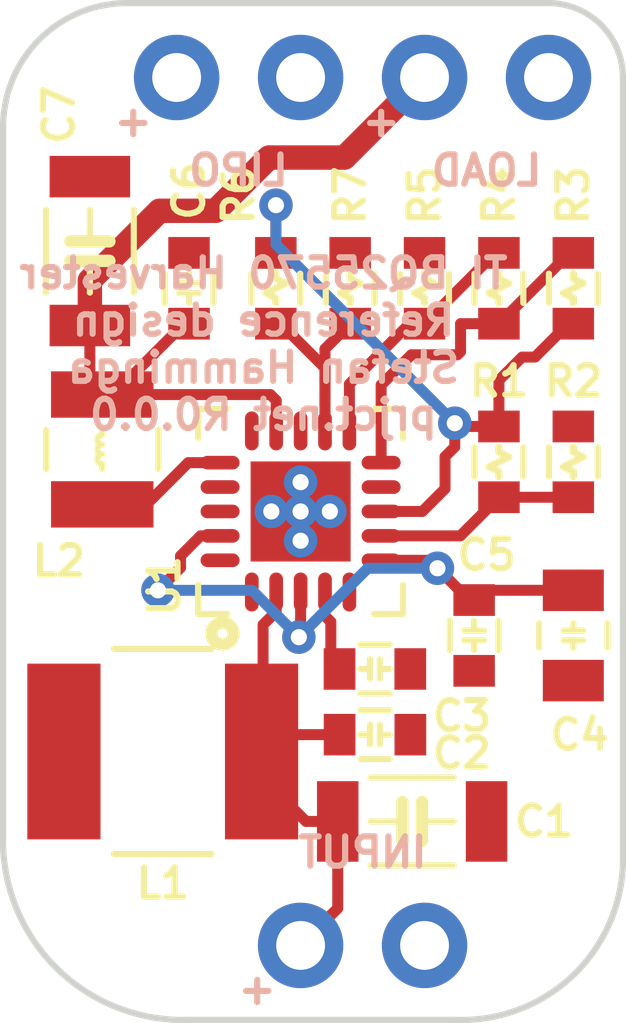
<source format=kicad_pcb>

(kicad_pcb
  (version 4)
  (host pcbnew 0.201602151416+6558~42~ubuntu14.04.1-product)
  (general
    (links 54)
    (no_connects 0)
    (area 120.65 74.93 138.430001 101.600001)
    (thickness 1.6)
    (drawings 12)
    (tracks 186)
    (zones 0)
    (modules 20)
    (nets 14))
  (page A4)
  (layers
    (0 F.Cu signal)
    (31 B.Cu signal)
    (32 B.Adhes user)
    (33 F.Adhes user)
    (34 B.Paste user)
    (35 F.Paste user)
    (36 B.SilkS user)
    (37 F.SilkS user)
    (38 B.Mask user)
    (39 F.Mask user)
    (40 Dwgs.User user)
    (41 Cmts.User user)
    (42 Eco1.User user)
    (43 Eco2.User user)
    (44 Edge.Cuts user)
    (45 Margin user)
    (46 B.CrtYd user)
    (47 F.CrtYd user)
    (48 B.Fab user)
    (49 F.Fab user))
  (setup
    (last_trace_width 0.225)
    (user_trace_width 0.1524)
    (user_trace_width 0.2)
    (user_trace_width 0.25)
    (user_trace_width 0.3)
    (user_trace_width 0.4)
    (user_trace_width 0.5)
    (user_trace_width 0.6)
    (user_trace_width 0.8)
    (user_trace_width 1)
    (user_trace_width 1.2)
    (user_trace_width 1.5)
    (user_trace_width 2)
    (trace_clearance 0.2)
    (zone_clearance 0.2)
    (zone_45_only no)
    (trace_min 0.1524)
    (segment_width 0.127)
    (edge_width 0.127)
    (via_size 0.6858)
    (via_drill 0.3302)
    (via_min_size 0.6858)
    (via_min_drill 0.3302)
    (uvia_size 0.508)
    (uvia_drill 0.127)
    (uvias_allowed no)
    (uvia_min_size 0.508)
    (uvia_min_drill 0.127)
    (pcb_text_width 0.127)
    (pcb_text_size 0.6 0.6)
    (mod_edge_width 0.127)
    (mod_text_size 0.6 0.6)
    (mod_text_width 0.127)
    (pad_size 1.75 1.75)
    (pad_drill 1)
    (pad_to_mask_clearance 0.05)
    (pad_to_paste_clearance -0.04)
    (aux_axis_origin 0 0)
    (visible_elements 7FFFFFFF)
    (pcbplotparams
      (layerselection 0x3ffff_ffffffff)
      (usegerberextensions true)
      (usegerberattributes true)
      (excludeedgelayer true)
      (linewidth 0.127)
      (plotframeref false)
      (viasonmask false)
      (mode 1)
      (useauxorigin false)
      (hpglpennumber 1)
      (hpglpenspeed 20)
      (hpglpendiameter 15)
      (psnegative false)
      (psa4output false)
      (plotreference true)
      (plotvalue true)
      (plotinvisibletext false)
      (padsonsilk false)
      (subtractmaskfromsilk false)
      (outputformat 1)
      (mirror false)
      (drillshape 0)
      (scaleselection 1)
      (outputdirectory ../gerbers/)))
  (net 0 "")
  (net 1 GND)
  (net 2 "Net-(C3-Pad1)")
  (net 3 "Net-(C4-Pad1)")
  (net 4 "Net-(L1-Pad2)")
  (net 5 "Net-(L2-Pad1)")
  (net 6 +BATT)
  (net 7 "Net-(R1-Pad1)")
  (net 8 "Net-(R1-Pad2)")
  (net 9 "Net-(R3-Pad2)")
  (net 10 "Net-(R4-Pad2)")
  (net 11 "Net-(R6-Pad2)")
  (net 12 /VIN)
  (net 13 /VOUT)
  (net_class Default "Dit is de standaard class."
    (clearance 0.2)
    (trace_width 0.225)
    (via_dia 0.6858)
    (via_drill 0.3302)
    (uvia_dia 0.508)
    (uvia_drill 0.127)
    (add_net +BATT)
    (add_net /VIN)
    (add_net /VOUT)
    (add_net GND)
    (add_net "Net-(C3-Pad1)")
    (add_net "Net-(C4-Pad1)")
    (add_net "Net-(L1-Pad2)")
    (add_net "Net-(L2-Pad1)")
    (add_net "Net-(R1-Pad1)")
    (add_net "Net-(R1-Pad2)")
    (add_net "Net-(R3-Pad2)")
    (add_net "Net-(R4-Pad2)")
    (add_net "Net-(R6-Pad2)"))
  (net_class 0.2mm ""
    (clearance 0.2)
    (trace_width 0.2)
    (via_dia 0.6858)
    (via_drill 0.3302)
    (uvia_dia 0.508)
    (uvia_drill 0.127))
  (net_class Minimal ""
    (clearance 0.1524)
    (trace_width 0.1524)
    (via_dia 0.6858)
    (via_drill 0.3302)
    (uvia_dia 0.508)
    (uvia_drill 0.127))
  (module SH_Capacitors:3216_B
    (layer F.Cu)
    (tedit 5452174F)
    (tstamp 54989F41)
    (at 131.826 95.25)
    (tags "1206 3216")
    (path /54989AB3)
    (solder_mask_margin 0.05)
    (solder_paste_margin -0.05)
    (attr smd)
    (fp_text reference C1
      (at 2.7 0 180)
      (layer F.SilkS)
      (effects
        (font
          (size 0.6 0.6)
          (thickness 0.127))))
    (fp_text value 22uF
      (at 1.55 -1.1)
      (layer Cmts.User)
      (effects
        (font
          (size 0.2 0.2)
          (thickness 0.05))))
    (fp_line
      (start -0.85 0.9)
      (end 0.85 0.9)
      (layer F.SilkS)
      (width 0.127))
    (fp_line
      (start -0.85 -0.9)
      (end 0.85 -0.9)
      (layer F.SilkS)
      (width 0.127))
    (fp_line
      (start 0.2 0)
      (end 0.85 0)
      (layer F.SilkS)
      (width 0.127))
    (fp_line
      (start -0.2 0)
      (end -0.85 0)
      (layer F.SilkS)
      (width 0.127))
    (fp_line
      (start -2.2 -1.075)
      (end 2.2 -1.075)
      (layer F.CrtYd)
      (width 0.05))
    (fp_line
      (start 2.2 -1.075)
      (end 2.2 1.075)
      (layer F.CrtYd)
      (width 0.05))
    (fp_line
      (start 2.2 1.075)
      (end -2.2 1.075)
      (layer F.CrtYd)
      (width 0.05))
    (fp_line
      (start -2.2 -1.075)
      (end -2.2 1.075)
      (layer F.CrtYd)
      (width 0.05))
    (fp_line
      (start -0.2 -0.4)
      (end -0.2 0.4)
      (layer F.SilkS)
      (width 0.254))
    (fp_line
      (start 0.2 -0.4)
      (end 0.2 0.4)
      (layer F.SilkS)
      (width 0.254))
    (pad 1 smd rect
      (at -1.525 0)
      (size 0.85 1.65)
      (layers F.Cu F.Paste F.Mask)
      (net 12 /VIN))
    (pad 2 smd rect
      (at 1.525 0)
      (size 0.85 1.65)
      (layers F.Cu F.Paste F.Mask))
    (model smd/Capacitors/c_1206.wrl
      (at
        (xyz 0 0 0))
      (scale
        (xyz 1 1 1))
      (rotate
        (xyz 0 0 0))))
  (module SH_Capacitors:1608_B
    (layer F.Cu)
    (tedit 5498AFD3)
    (tstamp 54989F47)
    (at 131.064 93.472)
    (tags "0603 1608")
    (path /5498A4CA)
    (solder_mask_margin 0.05)
    (solder_paste_margin -0.1)
    (attr smd)
    (fp_text reference C2
      (at 1.778 0.381 180)
      (layer F.SilkS)
      (effects
        (font
          (size 0.6 0.6)
          (thickness 0.127))))
    (fp_text value 0.1uF
      (at 0.9 -0.6)
      (layer Cmts.User)
      (effects
        (font
          (size 0.2 0.2)
          (thickness 0.05))))
    (fp_line
      (start 1.3 -0.65)
      (end 1.3 0.65)
      (layer F.CrtYd)
      (width 0.05))
    (fp_line
      (start 1.3 0.65)
      (end -1.3 0.65)
      (layer F.CrtYd)
      (width 0.05))
    (fp_line
      (start -1.3 0.65)
      (end -1.3 -0.65)
      (layer F.CrtYd)
      (width 0.05))
    (fp_line
      (start -1.3 -0.65)
      (end 1.3 -0.65)
      (layer F.CrtYd)
      (width 0.05))
    (fp_line
      (start -0.1 0)
      (end -0.3 0)
      (layer F.SilkS)
      (width 0.127))
    (fp_line
      (start 0.1 0)
      (end 0.3 0)
      (layer F.SilkS)
      (width 0.127))
    (fp_line
      (start -0.3 0.5)
      (end 0.3 0.5)
      (layer F.SilkS)
      (width 0.127))
    (fp_line
      (start -0.3 -0.5)
      (end 0.3 -0.5)
      (layer F.SilkS)
      (width 0.127))
    (fp_line
      (start 0.1 -0.2)
      (end 0.1 0.2)
      (layer F.SilkS)
      (width 0.127))
    (fp_line
      (start -0.1 -0.2)
      (end -0.1 0.2)
      (layer F.SilkS)
      (width 0.127))
    (pad 1 smd rect
      (at -0.725 0)
      (size 0.65 0.85)
      (layers F.Cu F.Paste F.Mask)
      (net 12 /VIN))
    (pad 2 smd rect
      (at 0.725 0)
      (size 0.65 0.85)
      (layers F.Cu F.Paste F.Mask))
    (model smd/Capacitors/C0603.wrl
      (at
        (xyz 0 0 0))
      (scale
        (xyz 0.393701 0.393701 0.393701))
      (rotate
        (xyz 0 0 0))))
  (module SH_Capacitors:1608_B
    (layer F.Cu)
    (tedit 5498AFDA)
    (tstamp 54989F4D)
    (at 131.062498 92.126811)
    (tags "0603 1608")
    (path /54989BF7)
    (solder_mask_margin 0.05)
    (solder_paste_margin -0.1)
    (attr smd)
    (fp_text reference C3
      (at 1.779502 0.964189 180)
      (layer F.SilkS)
      (effects
        (font
          (size 0.6 0.6)
          (thickness 0.127))))
    (fp_text value 10nF
      (at 0.9 -0.6)
      (layer Cmts.User)
      (effects
        (font
          (size 0.2 0.2)
          (thickness 0.05))))
    (fp_line
      (start 1.3 -0.65)
      (end 1.3 0.65)
      (layer F.CrtYd)
      (width 0.05))
    (fp_line
      (start 1.3 0.65)
      (end -1.3 0.65)
      (layer F.CrtYd)
      (width 0.05))
    (fp_line
      (start -1.3 0.65)
      (end -1.3 -0.65)
      (layer F.CrtYd)
      (width 0.05))
    (fp_line
      (start -1.3 -0.65)
      (end 1.3 -0.65)
      (layer F.CrtYd)
      (width 0.05))
    (fp_line
      (start -0.1 0)
      (end -0.3 0)
      (layer F.SilkS)
      (width 0.127))
    (fp_line
      (start 0.1 0)
      (end 0.3 0)
      (layer F.SilkS)
      (width 0.127))
    (fp_line
      (start -0.3 0.5)
      (end 0.3 0.5)
      (layer F.SilkS)
      (width 0.127))
    (fp_line
      (start -0.3 -0.5)
      (end 0.3 -0.5)
      (layer F.SilkS)
      (width 0.127))
    (fp_line
      (start 0.1 -0.2)
      (end 0.1 0.2)
      (layer F.SilkS)
      (width 0.127))
    (fp_line
      (start -0.1 -0.2)
      (end -0.1 0.2)
      (layer F.SilkS)
      (width 0.127))
    (pad 1 smd rect
      (at -0.725 0)
      (size 0.65 0.85)
      (layers F.Cu F.Paste F.Mask)
      (net 2 "Net-(C3-Pad1)"))
    (pad 2 smd rect
      (at 0.725 0)
      (size 0.65 0.85)
      (layers F.Cu F.Paste F.Mask))
    (model smd/Capacitors/C0603.wrl
      (at
        (xyz 0 0 0))
      (scale
        (xyz 0.393701 0.393701 0.393701))
      (rotate
        (xyz 0 0 0))))
  (module SH_Capacitors:2012_B
    (layer F.Cu)
    (tedit 5498AFBC)
    (tstamp 54989F53)
    (at 135.128 91.44 270)
    (tags "0805 2012")
    (path /5498D6DB)
    (solder_mask_margin 0.05)
    (solder_paste_margin -0.05)
    (attr smd)
    (fp_text reference C4
      (at 2.032 -0.127 360)
      (layer F.SilkS)
      (effects
        (font
          (size 0.6 0.6)
          (thickness 0.127))))
    (fp_text value 4.7uF
      (at 1.05 -0.85 270)
      (layer Cmts.User)
      (effects
        (font
          (size 0.2 0.2)
          (thickness 0.05))))
    (fp_line
      (start -0.1 0)
      (end -0.25 0)
      (layer F.SilkS)
      (width 0.127))
    (fp_line
      (start 0.1 0)
      (end 0.25 0)
      (layer F.SilkS)
      (width 0.127))
    (fp_line
      (start -0.25 0.7)
      (end 0.25 0.7)
      (layer F.SilkS)
      (width 0.127))
    (fp_line
      (start -0.25 -0.7)
      (end 0.25 -0.7)
      (layer F.SilkS)
      (width 0.127))
    (fp_line
      (start -1.6 -0.875)
      (end 1.6 -0.875)
      (layer F.CrtYd)
      (width 0.05))
    (fp_line
      (start 1.6 -0.875)
      (end 1.6 0.875)
      (layer F.CrtYd)
      (width 0.05))
    (fp_line
      (start 1.6 0.875)
      (end -1.6 0.875)
      (layer F.CrtYd)
      (width 0.05))
    (fp_line
      (start -1.6 0.875)
      (end -1.6 -0.875)
      (layer F.CrtYd)
      (width 0.05))
    (fp_line
      (start 0.1 -0.2)
      (end 0.1 0.2)
      (layer F.SilkS)
      (width 0.127))
    (fp_line
      (start -0.1 -0.2)
      (end -0.1 0.2)
      (layer F.SilkS)
      (width 0.127))
    (pad 1 smd rect
      (at -0.925 0 270)
      (size 0.85 1.25)
      (layers F.Cu F.Paste F.Mask)
      (net 3 "Net-(C4-Pad1)"))
    (pad 2 smd rect
      (at 0.925 0 270)
      (size 0.85 1.25)
      (layers F.Cu F.Paste F.Mask))
    (model smd/Capacitors/C0805.wrl
      (at
        (xyz 0 0 0))
      (scale
        (xyz 0.393701 0.393701 0.393701))
      (rotate
        (xyz 0 0 0))))
  (module SH_Capacitors:1608_B
    (layer F.Cu)
    (tedit 5498AFC8)
    (tstamp 54989F59)
    (at 133.096 91.44 270)
    (tags "0603 1608")
    (path /5498D665)
    (solder_mask_margin 0.05)
    (solder_paste_margin -0.1)
    (attr smd)
    (fp_text reference C5
      (at -1.651 -0.254 540)
      (layer F.SilkS)
      (effects
        (font
          (size 0.6 0.6)
          (thickness 0.127))))
    (fp_text value 0.1uF
      (at 0.9 -0.6 270)
      (layer Cmts.User)
      (effects
        (font
          (size 0.2 0.2)
          (thickness 0.05))))
    (fp_line
      (start 1.3 -0.65)
      (end 1.3 0.65)
      (layer F.CrtYd)
      (width 0.05))
    (fp_line
      (start 1.3 0.65)
      (end -1.3 0.65)
      (layer F.CrtYd)
      (width 0.05))
    (fp_line
      (start -1.3 0.65)
      (end -1.3 -0.65)
      (layer F.CrtYd)
      (width 0.05))
    (fp_line
      (start -1.3 -0.65)
      (end 1.3 -0.65)
      (layer F.CrtYd)
      (width 0.05))
    (fp_line
      (start -0.1 0)
      (end -0.3 0)
      (layer F.SilkS)
      (width 0.127))
    (fp_line
      (start 0.1 0)
      (end 0.3 0)
      (layer F.SilkS)
      (width 0.127))
    (fp_line
      (start -0.3 0.5)
      (end 0.3 0.5)
      (layer F.SilkS)
      (width 0.127))
    (fp_line
      (start -0.3 -0.5)
      (end 0.3 -0.5)
      (layer F.SilkS)
      (width 0.127))
    (fp_line
      (start 0.1 -0.2)
      (end 0.1 0.2)
      (layer F.SilkS)
      (width 0.127))
    (fp_line
      (start -0.1 -0.2)
      (end -0.1 0.2)
      (layer F.SilkS)
      (width 0.127))
    (pad 1 smd rect
      (at -0.725 0 270)
      (size 0.65 0.85)
      (layers F.Cu F.Paste F.Mask)
      (net 3 "Net-(C4-Pad1)"))
    (pad 2 smd rect
      (at 0.725 0 270)
      (size 0.65 0.85)
      (layers F.Cu F.Paste F.Mask))
    (model smd/Capacitors/C0603.wrl
      (at
        (xyz 0 0 0))
      (scale
        (xyz 0.393701 0.393701 0.393701))
      (rotate
        (xyz 0 0 0))))
  (module SH_Capacitors:1608_B
    (layer F.Cu)
    (tedit 544F5BD4)
    (tstamp 54989F5F)
    (at 127.254 84.328 90)
    (tags "0603 1608")
    (path /549899D4)
    (solder_mask_margin 0.05)
    (solder_paste_margin -0.1)
    (attr smd)
    (fp_text reference C6
      (at 2 0 270)
      (layer F.SilkS)
      (effects
        (font
          (size 0.6 0.6)
          (thickness 0.127))))
    (fp_text value 0.1uF
      (at 0.9 -0.6 90)
      (layer Cmts.User)
      (effects
        (font
          (size 0.2 0.2)
          (thickness 0.05))))
    (fp_line
      (start 1.3 -0.65)
      (end 1.3 0.65)
      (layer F.CrtYd)
      (width 0.05))
    (fp_line
      (start 1.3 0.65)
      (end -1.3 0.65)
      (layer F.CrtYd)
      (width 0.05))
    (fp_line
      (start -1.3 0.65)
      (end -1.3 -0.65)
      (layer F.CrtYd)
      (width 0.05))
    (fp_line
      (start -1.3 -0.65)
      (end 1.3 -0.65)
      (layer F.CrtYd)
      (width 0.05))
    (fp_line
      (start -0.1 0)
      (end -0.3 0)
      (layer F.SilkS)
      (width 0.127))
    (fp_line
      (start 0.1 0)
      (end 0.3 0)
      (layer F.SilkS)
      (width 0.127))
    (fp_line
      (start -0.3 0.5)
      (end 0.3 0.5)
      (layer F.SilkS)
      (width 0.127))
    (fp_line
      (start -0.3 -0.5)
      (end 0.3 -0.5)
      (layer F.SilkS)
      (width 0.127))
    (fp_line
      (start 0.1 -0.2)
      (end 0.1 0.2)
      (layer F.SilkS)
      (width 0.127))
    (fp_line
      (start -0.1 -0.2)
      (end -0.1 0.2)
      (layer F.SilkS)
      (width 0.127))
    (pad 1 smd rect
      (at -0.725 0 90)
      (size 0.65 0.85)
      (layers F.Cu F.Paste F.Mask)
      (net 13 /VOUT))
    (pad 2 smd rect
      (at 0.725 0 90)
      (size 0.65 0.85)
      (layers F.Cu F.Paste F.Mask))
    (model smd/Capacitors/C0603.wrl
      (at
        (xyz 0 0 0))
      (scale
        (xyz 0.393701 0.393701 0.393701))
      (rotate
        (xyz 0 0 0))))
  (module SH_Capacitors:3216_B
    (layer F.Cu)
    (tedit 5498AFEE)
    (tstamp 54989F65)
    (at 125.222 83.566 90)
    (tags "1206 3216")
    (path /54988F7C)
    (solder_mask_margin 0.05)
    (solder_paste_margin -0.05)
    (attr smd)
    (fp_text reference C7
      (at 2.794 -0.635 270)
      (layer F.SilkS)
      (effects
        (font
          (size 0.6 0.6)
          (thickness 0.127))))
    (fp_text value 22uF
      (at 1.55 -1.1 90)
      (layer Cmts.User)
      (effects
        (font
          (size 0.2 0.2)
          (thickness 0.05))))
    (fp_line
      (start -0.85 0.9)
      (end 0.85 0.9)
      (layer F.SilkS)
      (width 0.127))
    (fp_line
      (start -0.85 -0.9)
      (end 0.85 -0.9)
      (layer F.SilkS)
      (width 0.127))
    (fp_line
      (start 0.2 0)
      (end 0.85 0)
      (layer F.SilkS)
      (width 0.127))
    (fp_line
      (start -0.2 0)
      (end -0.85 0)
      (layer F.SilkS)
      (width 0.127))
    (fp_line
      (start -2.2 -1.075)
      (end 2.2 -1.075)
      (layer F.CrtYd)
      (width 0.05))
    (fp_line
      (start 2.2 -1.075)
      (end 2.2 1.075)
      (layer F.CrtYd)
      (width 0.05))
    (fp_line
      (start 2.2 1.075)
      (end -2.2 1.075)
      (layer F.CrtYd)
      (width 0.05))
    (fp_line
      (start -2.2 -1.075)
      (end -2.2 1.075)
      (layer F.CrtYd)
      (width 0.05))
    (fp_line
      (start -0.2 -0.4)
      (end -0.2 0.4)
      (layer F.SilkS)
      (width 0.254))
    (fp_line
      (start 0.2 -0.4)
      (end 0.2 0.4)
      (layer F.SilkS)
      (width 0.254))
    (pad 1 smd rect
      (at -1.525 0 90)
      (size 0.85 1.65)
      (layers F.Cu F.Paste F.Mask)
      (net 13 /VOUT))
    (pad 2 smd rect
      (at 1.525 0 90)
      (size 0.85 1.65)
      (layers F.Cu F.Paste F.Mask))
    (model smd/Capacitors/c_1206.wrl
      (at
        (xyz 0 0 0))
      (scale
        (xyz 1 1 1))
      (rotate
        (xyz 0 0 0))))
  (module SH_Jumper_Pins:JP-2
    (layer F.Cu)
    (tedit 5498B125)
    (tstamp 54989F8D)
    (at 130.81 97.79)
    (tags "JUMPER CONNECTOR")
    (path /54988D51)
    (fp_text reference P1
      (at -1 0 90)
      (layer F.SilkS) hide
      (effects
        (font
          (size 0.3 0.3)
          (thickness 0.05))))
    (fp_text value INPUT
      (at 0 -1.905)
      (layer B.SilkS)
      (effects
        (font
          (size 0.6 0.6)
          (thickness 0.127))
        (justify mirror)))
    (fp_line
      (start -1.27 1.375)
      (end 1.27 1.375)
      (layer B.CrtYd)
      (width 0.05))
    (fp_line
      (start -1.27 -1.375)
      (end 1.27 -1.375)
      (layer B.CrtYd)
      (width 0.05))
    (fp_line
      (start -1.27 1.375)
      (end 1.27 1.375)
      (layer F.CrtYd)
      (width 0.05))
    (fp_line
      (start -1.27 -1.375)
      (end 1.27 -1.375)
      (layer F.CrtYd)
      (width 0.05))
    (fp_arc
      (start 1.27 0)
      (end 1.27 -1.375)
      (angle 180)
      (layer B.CrtYd)
      (width 0.05))
    (fp_arc
      (start -1.27 0)
      (end -1.27 1.375)
      (angle 180)
      (layer B.CrtYd)
      (width 0.05))
    (fp_arc
      (start 1.27 0)
      (end 1.27 -1.375)
      (angle 180)
      (layer F.CrtYd)
      (width 0.05))
    (fp_arc
      (start -1.27 0)
      (end -1.27 1.375)
      (angle 180)
      (layer F.CrtYd)
      (width 0.05))
    (pad 1 thru_hole circle
      (at -1.27 0)
      (size 1.75 1.75)
      (drill 1)
      (layers *.Cu *.Mask)
      (net 12 /VIN))
    (pad 2 thru_hole circle
      (at 1.27 0)
      (size 1.75 1.75)
      (drill 1)
      (layers *.Cu *.Mask))
    (model "D:/SolidWorks/EngIT Design Library/Electronics/Connectors/jumper_2p_1r.wrl"
      (at
        (xyz -0.05000000074505806 0 0))
      (scale
        (xyz 10 10 10))
      (rotate
        (xyz 270 0 0))))
  (module SH_Jumper_Pins:JP-2
    (layer F.Cu)
    (tedit 5498B12E)
    (tstamp 54989F93)
    (at 128.27 80.01)
    (tags "JUMPER CONNECTOR")
    (path /54988D0A)
    (fp_text reference P2
      (at -1 0 90)
      (layer F.SilkS) hide
      (effects
        (font
          (size 0.3 0.3)
          (thickness 0.05))))
    (fp_text value LIPO
      (at 0 1.905)
      (layer B.SilkS)
      (effects
        (font
          (size 0.6 0.6)
          (thickness 0.127))
        (justify mirror)))
    (fp_line
      (start -1.27 1.375)
      (end 1.27 1.375)
      (layer B.CrtYd)
      (width 0.05))
    (fp_line
      (start -1.27 -1.375)
      (end 1.27 -1.375)
      (layer B.CrtYd)
      (width 0.05))
    (fp_line
      (start -1.27 1.375)
      (end 1.27 1.375)
      (layer F.CrtYd)
      (width 0.05))
    (fp_line
      (start -1.27 -1.375)
      (end 1.27 -1.375)
      (layer F.CrtYd)
      (width 0.05))
    (fp_arc
      (start 1.27 0)
      (end 1.27 -1.375)
      (angle 180)
      (layer B.CrtYd)
      (width 0.05))
    (fp_arc
      (start -1.27 0)
      (end -1.27 1.375)
      (angle 180)
      (layer B.CrtYd)
      (width 0.05))
    (fp_arc
      (start 1.27 0)
      (end 1.27 -1.375)
      (angle 180)
      (layer F.CrtYd)
      (width 0.05))
    (fp_arc
      (start -1.27 0)
      (end -1.27 1.375)
      (angle 180)
      (layer F.CrtYd)
      (width 0.05))
    (pad 1 thru_hole circle
      (at -1.27 0)
      (size 1.75 1.75)
      (drill 1)
      (layers *.Cu *.Mask))
    (pad 2 thru_hole circle
      (at 1.27 0)
      (size 1.75 1.75)
      (drill 1)
      (layers *.Cu *.Mask))
    (model "D:/SolidWorks/EngIT Design Library/Electronics/Connectors/jumper_2p_1r.wrl"
      (at
        (xyz -0.05000000074505806 0 0))
      (scale
        (xyz 10 10 10))
      (rotate
        (xyz 270 0 0))))
  (module SH_Jumper_Pins:JP-2
    (layer F.Cu)
    (tedit 5498B136)
    (tstamp 54989F99)
    (at 133.35 80.01)
    (tags "JUMPER CONNECTOR")
    (path /54988C94)
    (fp_text reference P3
      (at -1 0 90)
      (layer F.SilkS) hide
      (effects
        (font
          (size 0.3 0.3)
          (thickness 0.05))))
    (fp_text value LOAD
      (at 0 1.905)
      (layer B.SilkS)
      (effects
        (font
          (size 0.6 0.6)
          (thickness 0.127))
        (justify mirror)))
    (fp_line
      (start -1.27 1.375)
      (end 1.27 1.375)
      (layer B.CrtYd)
      (width 0.05))
    (fp_line
      (start -1.27 -1.375)
      (end 1.27 -1.375)
      (layer B.CrtYd)
      (width 0.05))
    (fp_line
      (start -1.27 1.375)
      (end 1.27 1.375)
      (layer F.CrtYd)
      (width 0.05))
    (fp_line
      (start -1.27 -1.375)
      (end 1.27 -1.375)
      (layer F.CrtYd)
      (width 0.05))
    (fp_arc
      (start 1.27 0)
      (end 1.27 -1.375)
      (angle 180)
      (layer B.CrtYd)
      (width 0.05))
    (fp_arc
      (start -1.27 0)
      (end -1.27 1.375)
      (angle 180)
      (layer B.CrtYd)
      (width 0.05))
    (fp_arc
      (start 1.27 0)
      (end 1.27 -1.375)
      (angle 180)
      (layer F.CrtYd)
      (width 0.05))
    (fp_arc
      (start -1.27 0)
      (end -1.27 1.375)
      (angle 180)
      (layer F.CrtYd)
      (width 0.05))
    (pad 1 thru_hole circle
      (at -1.27 0)
      (size 1.75 1.75)
      (drill 1)
      (layers *.Cu *.Mask)
      (net 13 /VOUT))
    (pad 2 thru_hole circle
      (at 1.27 0)
      (size 1.75 1.75)
      (drill 1)
      (layers *.Cu *.Mask))
    (model "D:/SolidWorks/EngIT Design Library/Electronics/Connectors/jumper_2p_1r.wrl"
      (at
        (xyz -0.05000000074505806 0 0))
      (scale
        (xyz 10 10 10))
      (rotate
        (xyz 270 0 0))))
  (module SH_QFN_QFP:QFN-20-TE
    (layer F.Cu)
    (tedit 5498AFE2)
    (tstamp 54989FF2)
    (at 129.54 88.9)
    (path /54988C22)
    (solder_mask_margin 0.05)
    (solder_paste_margin -0.04)
    (fp_text reference U1
      (at -2.794 1.524 90)
      (layer F.SilkS)
      (effects
        (font
          (size 0.6 0.6)
          (thickness 0.127))))
    (fp_text value TI_BQ25570
      (at 2.7 0 90)
      (layer Cmts.User)
      (effects
        (font
          (size 0.6 0.6)
          (thickness 0.127))))
    (fp_circle
      (center -1.6 2.5)
      (end -1.7 2.5)
      (layer F.SilkS)
      (width 0.25))
    (fp_line
      (start -1.5 2.1)
      (end -2.1 2.1)
      (layer F.SilkS)
      (width 0.127))
    (fp_line
      (start -2.1 2.1)
      (end -2.1 1.5)
      (layer F.SilkS)
      (width 0.127))
    (fp_line
      (start 2.1 1.5)
      (end 2.1 2.1)
      (layer F.SilkS)
      (width 0.127))
    (fp_line
      (start 2.1 2.1)
      (end 1.5 2.1)
      (layer F.SilkS)
      (width 0.127))
    (fp_line
      (start 1.5 -2.1)
      (end 2.1 -2.1)
      (layer F.SilkS)
      (width 0.127))
    (fp_line
      (start 2.1 -2.1)
      (end 2.1 -1.5)
      (layer F.SilkS)
      (width 0.127))
    (fp_line
      (start -2.1 -2.1)
      (end -1.5 -2.1)
      (layer F.SilkS)
      (width 0.127))
    (fp_line
      (start -2.1 -2.1)
      (end -2.1 -1.5)
      (layer F.SilkS)
      (width 0.127))
    (fp_line
      (start -2.25 -2.25)
      (end 2.25 -2.25)
      (layer F.CrtYd)
      (width 0.05))
    (fp_line
      (start 2.25 -2.25)
      (end 2.25 2.25)
      (layer F.CrtYd)
      (width 0.05))
    (fp_line
      (start 2.25 2.25)
      (end -2.25 2.25)
      (layer F.CrtYd)
      (width 0.05))
    (fp_line
      (start -2.25 2.25)
      (end -2.25 -2.25)
      (layer F.CrtYd)
      (width 0.05))
    (pad 21 smd rect
      (at 0 0)
      (size 2.05 2.05)
      (layers F.Cu F.Mask)
      (zone_connect 2))
    (pad 21 smd rect
      (at -0.55 -0.55)
      (size 0.9 0.9)
      (layers F.Cu F.Paste F.Mask))
    (pad 21 smd rect
      (at 0.55 -0.55)
      (size 0.9 0.9)
      (layers F.Cu F.Paste F.Mask))
    (pad 21 smd rect
      (at 0.55 0.55)
      (size 0.9 0.9)
      (layers F.Cu F.Paste F.Mask))
    (pad 21 smd rect
      (at -0.55 0.55)
      (size 0.9 0.9)
      (layers F.Cu F.Paste F.Mask))
    (pad 21 thru_hole circle
      (at -0.6 0)
      (size 0.6858 0.6858)
      (drill 0.3302)
      (layers *.Cu))
    (pad 21 thru_hole circle
      (at 0.6 0)
      (size 0.6858 0.6858)
      (drill 0.3302)
      (layers *.Cu))
    (pad 21 thru_hole circle
      (at 0 -0.6)
      (size 0.6858 0.6858)
      (drill 0.3302)
      (layers *.Cu))
    (pad 21 thru_hole circle
      (at 0 0.6)
      (size 0.6858 0.6858)
      (drill 0.3302)
      (layers *.Cu))
    (pad 21 thru_hole circle
      (at 0 0)
      (size 0.6858 0.6858)
      (drill 0.3302)
      (layers *.Cu))
    (pad 1 smd oval
      (at -1 1.65)
      (size 0.28 0.8)
      (layers F.Cu F.Paste F.Mask))
    (pad 2 smd oval
      (at -0.5 1.65)
      (size 0.28 0.8)
      (layers F.Cu F.Paste F.Mask)
      (net 12 /VIN))
    (pad 3 smd oval
      (at 0 1.65)
      (size 0.28 0.8)
      (layers F.Cu F.Paste F.Mask)
      (net 3 "Net-(C4-Pad1)"))
    (pad 4 smd oval
      (at 0.5 1.65)
      (size 0.28 0.8)
      (layers F.Cu F.Paste F.Mask)
      (net 2 "Net-(C3-Pad1)"))
    (pad 5 smd oval
      (at 1 1.65)
      (size 0.28 0.8)
      (layers F.Cu F.Paste F.Mask))
    (pad 11 smd oval
      (at 1 -1.65)
      (size 0.28 0.8)
      (layers F.Cu F.Paste F.Mask)
      (net 10 "Net-(R4-Pad2)"))
    (pad 12 smd oval
      (at 0.5 -1.65)
      (size 0.28 0.8)
      (layers F.Cu F.Paste F.Mask)
      (net 11 "Net-(R6-Pad2)"))
    (pad 13 smd oval
      (at 0 -1.65)
      (size 0.28 0.8)
      (layers F.Cu F.Paste F.Mask))
    (pad 14 smd oval
      (at -0.5 -1.65)
      (size 0.28 0.8)
      (layers F.Cu F.Paste F.Mask)
      (net 13 /VOUT))
    (pad 15 smd oval
      (at -1 -1.65)
      (size 0.28 0.8)
      (layers F.Cu F.Paste F.Mask))
    (pad 6 smd oval
      (at 1.65 1 90)
      (size 0.28 0.8)
      (layers F.Cu F.Paste F.Mask)
      (net 3 "Net-(C4-Pad1)"))
    (pad 7 smd oval
      (at 1.65 0.5 90)
      (size 0.28 0.8)
      (layers F.Cu F.Paste F.Mask)
      (net 8 "Net-(R1-Pad2)"))
    (pad 8 smd oval
      (at 1.65 0 90)
      (size 0.28 0.8)
      (layers F.Cu F.Paste F.Mask)
      (net 7 "Net-(R1-Pad1)"))
    (pad 9 smd oval
      (at 1.65 -0.5 90)
      (size 0.28 0.8)
      (layers F.Cu F.Paste F.Mask))
    (pad 10 smd oval
      (at 1.65 -1 90)
      (size 0.28 0.8)
      (layers F.Cu F.Paste F.Mask)
      (net 9 "Net-(R3-Pad2)"))
    (pad 16 smd oval
      (at -1.65 -1 90)
      (size 0.28 0.8)
      (layers F.Cu F.Paste F.Mask)
      (net 5 "Net-(L2-Pad1)"))
    (pad 17 smd oval
      (at -1.65 -0.5 90)
      (size 0.28 0.8)
      (layers F.Cu F.Paste F.Mask))
    (pad 18 smd oval
      (at -1.65 0 90)
      (size 0.28 0.8)
      (layers F.Cu F.Paste F.Mask))
    (pad 19 smd oval
      (at -1.65 0.5 90)
      (size 0.28 0.8)
      (layers F.Cu F.Paste F.Mask)
      (net 3 "Net-(C4-Pad1)"))
    (pad 20 smd oval
      (at -1.65 1 90)
      (size 0.28 0.8)
      (layers F.Cu F.Paste F.Mask)))
  (module SH_Inductors:Abracon_ASPI-0418FS
    (layer F.Cu)
    (tedit 5498A1CB)
    (tstamp 5498ADCC)
    (at 126.71552 93.81744 180)
    (path /54988E01)
    (solder_mask_margin 0.05)
    (solder_paste_margin -0.05)
    (attr smd)
    (fp_text reference L1
      (at 0 -2.7 180)
      (layer F.SilkS)
      (effects
        (font
          (size 0.6 0.6)
          (thickness 0.127))))
    (fp_text value 22uH
      (at -1.016 0 270)
      (layer Cmts.User)
      (effects
        (font
          (size 0.6 0.6)
          (thickness 0.127))))
    (fp_line
      (start 2.8 2.5)
      (end 2.8 -2.5)
      (layer F.CrtYd)
      (width 0.05))
    (fp_line
      (start 2.8 -2.5)
      (end -2.8 -2.5)
      (layer F.CrtYd)
      (width 0.05))
    (fp_line
      (start -2.8 -2.5)
      (end -2.8 2.5)
      (layer F.CrtYd)
      (width 0.05))
    (fp_line
      (start -2.8 2.5)
      (end 2.8 2.5)
      (layer F.CrtYd)
      (width 0.05))
    (fp_line
      (start -1 2.1)
      (end 1 2.1)
      (layer F.SilkS)
      (width 0.127))
    (fp_line
      (start -1 -2.1)
      (end 1 -2.1)
      (layer F.SilkS)
      (width 0.127))
    (pad 1 smd rect
      (at -2.025 0 180)
      (size 1.5 3.6)
      (layers F.Cu F.Paste F.Mask)
      (zone_connect 2))
    (pad 2 smd rect
      (at 2.025 0 180)
      (size 1.5 3.6)
      (layers F.Cu F.Paste F.Mask)
      (zone_connect 2)))
  (module SH_Inductors:2520_B
    (layer F.Cu)
    (tedit 5498AFEA)
    (tstamp 5498ADD7)
    (at 125.476 87.63 90)
    (path /54988F24)
    (solder_mask_margin 0.05)
    (solder_paste_margin -0.05)
    (attr smd)
    (fp_text reference L2
      (at -2.286 -0.889 180)
      (layer F.SilkS)
      (effects
        (font
          (size 0.6 0.6)
          (thickness 0.127))))
    (fp_text value 10uH
      (at 0 -0.55 90)
      (layer Cmts.User)
      (effects
        (font
          (size 0.2 0.2)
          (thickness 0.05))))
    (fp_line
      (start -0.4 1.15)
      (end 0.4 1.15)
      (layer F.SilkS)
      (width 0.127))
    (fp_line
      (start -0.4 -1.15)
      (end 0.4 -1.15)
      (layer F.SilkS)
      (width 0.127))
    (fp_line
      (start -0.3 0)
      (end -0.4 0)
      (layer F.SilkS)
      (width 0.127))
    (fp_line
      (start 0.3 0)
      (end 0.4 0)
      (layer F.SilkS)
      (width 0.127))
    (fp_line
      (start -1.85 -1.3)
      (end 1.85 -1.3)
      (layer F.CrtYd)
      (width 0.05))
    (fp_line
      (start 1.85 -1.3)
      (end 1.85 1.3)
      (layer F.CrtYd)
      (width 0.05))
    (fp_line
      (start 1.85 1.3)
      (end -1.85 1.3)
      (layer F.CrtYd)
      (width 0.05))
    (fp_line
      (start -1.85 1.3)
      (end -1.85 -1.3)
      (layer F.CrtYd)
      (width 0.05))
    (fp_arc
      (start 0.2 0)
      (end 0.1 0)
      (angle 180)
      (layer F.SilkS)
      (width 0.127))
    (fp_arc
      (start -0.2 0)
      (end -0.3 0)
      (angle 180)
      (layer F.SilkS)
      (width 0.127))
    (fp_arc
      (start 0 0)
      (end -0.1 0)
      (angle 180)
      (layer F.SilkS)
      (width 0.127))
    (pad 1 smd rect
      (at -1.125 0 90)
      (size 0.95 2.1)
      (layers F.Cu F.Paste F.Mask)
      (net 5 "Net-(L2-Pad1)")
      (zone_connect 2))
    (pad 2 smd rect
      (at 1.125 0 90)
      (size 0.95 2.1)
      (layers F.Cu F.Paste F.Mask)
      (net 13 /VOUT)
      (zone_connect 2)))
  (module SH_Resistors:1608_B
    (layer F.Cu)
    (tedit 544F6602)
    (tstamp 54989FC3)
    (at 130.556 84.328 90)
    (tags "0603 1608")
    (path /549899A3)
    (solder_mask_margin 0.05)
    (solder_paste_margin -0.1)
    (attr smd)
    (fp_text reference R7
      (at 1.9 0 90)
      (layer F.SilkS)
      (effects
        (font
          (size 0.6 0.6)
          (thickness 0.127))))
    (fp_text value 6.19M
      (at 0.9 -0.6 90)
      (layer Cmts.User)
      (effects
        (font
          (size 0.2 0.2)
          (thickness 0.05))))
    (fp_line
      (start -0.3 0)
      (end -0.2 0)
      (layer F.SilkS)
      (width 0.15))
    (fp_line
      (start -0.2 0)
      (end -0.1 -0.2)
      (layer F.SilkS)
      (width 0.15))
    (fp_line
      (start -0.1 -0.2)
      (end 0.1 0.2)
      (layer F.SilkS)
      (width 0.15))
    (fp_line
      (start 0.1 0.2)
      (end 0.2 0)
      (layer F.SilkS)
      (width 0.15))
    (fp_line
      (start 0.2 0)
      (end 0.3 0)
      (layer F.SilkS)
      (width 0.15))
    (fp_line
      (start 1.3 -0.65)
      (end 1.3 0.65)
      (layer F.CrtYd)
      (width 0.05))
    (fp_line
      (start 1.3 0.65)
      (end -1.3 0.65)
      (layer F.CrtYd)
      (width 0.05))
    (fp_line
      (start -1.3 0.65)
      (end -1.3 -0.65)
      (layer F.CrtYd)
      (width 0.05))
    (fp_line
      (start -1.3 -0.65)
      (end 1.3 -0.65)
      (layer F.CrtYd)
      (width 0.05))
    (fp_line
      (start -0.3 0.5)
      (end 0.3 0.5)
      (layer F.SilkS)
      (width 0.127))
    (fp_line
      (start -0.3 -0.5)
      (end 0.3 -0.5)
      (layer F.SilkS)
      (width 0.127))
    (pad 1 smd rect
      (at -0.725 0 90)
      (size 0.65 0.85)
      (layers F.Cu F.Paste F.Mask)
      (net 11 "Net-(R6-Pad2)"))
    (pad 2 smd rect
      (at 0.725 0 90)
      (size 0.65 0.85)
      (layers F.Cu F.Paste F.Mask))
    (model smd/resistors/R0603.wrl
      (at
        (xyz 0 0 0))
      (scale
        (xyz 0.393701 0.393701 0.393701))
      (rotate
        (xyz 0 0 0))))
  (module SH_Resistors:1608_B
    (layer F.Cu)
    (tedit 5498B2D6)
    (tstamp 54989FBD)
    (at 129.032 84.328 270)
    (tags "0603 1608")
    (path /54989969)
    (solder_mask_margin 0.05)
    (solder_paste_margin -0.1)
    (attr smd)
    (fp_text reference R6
      (at -1.905 0.762 270)
      (layer F.SilkS)
      (effects
        (font
          (size 0.6 0.6)
          (thickness 0.127))))
    (fp_text value 6.65M
      (at 0.9 -0.6 270)
      (layer Cmts.User)
      (effects
        (font
          (size 0.2 0.2)
          (thickness 0.05))))
    (fp_line
      (start -0.3 0)
      (end -0.2 0)
      (layer F.SilkS)
      (width 0.15))
    (fp_line
      (start -0.2 0)
      (end -0.1 -0.2)
      (layer F.SilkS)
      (width 0.15))
    (fp_line
      (start -0.1 -0.2)
      (end 0.1 0.2)
      (layer F.SilkS)
      (width 0.15))
    (fp_line
      (start 0.1 0.2)
      (end 0.2 0)
      (layer F.SilkS)
      (width 0.15))
    (fp_line
      (start 0.2 0)
      (end 0.3 0)
      (layer F.SilkS)
      (width 0.15))
    (fp_line
      (start 1.3 -0.65)
      (end 1.3 0.65)
      (layer F.CrtYd)
      (width 0.05))
    (fp_line
      (start 1.3 0.65)
      (end -1.3 0.65)
      (layer F.CrtYd)
      (width 0.05))
    (fp_line
      (start -1.3 0.65)
      (end -1.3 -0.65)
      (layer F.CrtYd)
      (width 0.05))
    (fp_line
      (start -1.3 -0.65)
      (end 1.3 -0.65)
      (layer F.CrtYd)
      (width 0.05))
    (fp_line
      (start -0.3 0.5)
      (end 0.3 0.5)
      (layer F.SilkS)
      (width 0.127))
    (fp_line
      (start -0.3 -0.5)
      (end 0.3 -0.5)
      (layer F.SilkS)
      (width 0.127))
    (pad 1 smd rect
      (at -0.725 0 270)
      (size 0.65 0.85)
      (layers F.Cu F.Paste F.Mask)
      (net 7 "Net-(R1-Pad1)"))
    (pad 2 smd rect
      (at 0.725 0 270)
      (size 0.65 0.85)
      (layers F.Cu F.Paste F.Mask)
      (net 11 "Net-(R6-Pad2)"))
    (model smd/resistors/R0603.wrl
      (at
        (xyz 0 0 0))
      (scale
        (xyz 0.393701 0.393701 0.393701))
      (rotate
        (xyz 0 0 0))))
  (module SH_Resistors:1608_B
    (layer F.Cu)
    (tedit 544F6602)
    (tstamp 54989FB7)
    (at 132.08 84.328 90)
    (tags "0603 1608")
    (path /5498E9DE)
    (solder_mask_margin 0.05)
    (solder_paste_margin -0.1)
    (attr smd)
    (fp_text reference R5
      (at 1.9 0 90)
      (layer F.SilkS)
      (effects
        (font
          (size 0.6 0.6)
          (thickness 0.127))))
    (fp_text value 4.22M
      (at 0.9 -0.6 90)
      (layer Cmts.User)
      (effects
        (font
          (size 0.2 0.2)
          (thickness 0.05))))
    (fp_line
      (start -0.3 0)
      (end -0.2 0)
      (layer F.SilkS)
      (width 0.15))
    (fp_line
      (start -0.2 0)
      (end -0.1 -0.2)
      (layer F.SilkS)
      (width 0.15))
    (fp_line
      (start -0.1 -0.2)
      (end 0.1 0.2)
      (layer F.SilkS)
      (width 0.15))
    (fp_line
      (start 0.1 0.2)
      (end 0.2 0)
      (layer F.SilkS)
      (width 0.15))
    (fp_line
      (start 0.2 0)
      (end 0.3 0)
      (layer F.SilkS)
      (width 0.15))
    (fp_line
      (start 1.3 -0.65)
      (end 1.3 0.65)
      (layer F.CrtYd)
      (width 0.05))
    (fp_line
      (start 1.3 0.65)
      (end -1.3 0.65)
      (layer F.CrtYd)
      (width 0.05))
    (fp_line
      (start -1.3 0.65)
      (end -1.3 -0.65)
      (layer F.CrtYd)
      (width 0.05))
    (fp_line
      (start -1.3 -0.65)
      (end 1.3 -0.65)
      (layer F.CrtYd)
      (width 0.05))
    (fp_line
      (start -0.3 0.5)
      (end 0.3 0.5)
      (layer F.SilkS)
      (width 0.127))
    (fp_line
      (start -0.3 -0.5)
      (end 0.3 -0.5)
      (layer F.SilkS)
      (width 0.127))
    (pad 1 smd rect
      (at -0.725 0 90)
      (size 0.65 0.85)
      (layers F.Cu F.Paste F.Mask)
      (net 10 "Net-(R4-Pad2)"))
    (pad 2 smd rect
      (at 0.725 0 90)
      (size 0.65 0.85)
      (layers F.Cu F.Paste F.Mask))
    (model smd/resistors/R0603.wrl
      (at
        (xyz 0 0 0))
      (scale
        (xyz 0.393701 0.393701 0.393701))
      (rotate
        (xyz 0 0 0))))
  (module SH_Resistors:1608_B
    (layer F.Cu)
    (tedit 544F6602)
    (tstamp 54989FB1)
    (at 133.604 84.328 90)
    (tags "0603 1608")
    (path /54989940)
    (solder_mask_margin 0.05)
    (solder_paste_margin -0.1)
    (attr smd)
    (fp_text reference R4
      (at 1.9 0 90)
      (layer F.SilkS)
      (effects
        (font
          (size 0.6 0.6)
          (thickness 0.127))))
    (fp_text value 8.06M
      (at 0.9 -0.6 90)
      (layer Cmts.User)
      (effects
        (font
          (size 0.2 0.2)
          (thickness 0.05))))
    (fp_line
      (start -0.3 0)
      (end -0.2 0)
      (layer F.SilkS)
      (width 0.15))
    (fp_line
      (start -0.2 0)
      (end -0.1 -0.2)
      (layer F.SilkS)
      (width 0.15))
    (fp_line
      (start -0.1 -0.2)
      (end 0.1 0.2)
      (layer F.SilkS)
      (width 0.15))
    (fp_line
      (start 0.1 0.2)
      (end 0.2 0)
      (layer F.SilkS)
      (width 0.15))
    (fp_line
      (start 0.2 0)
      (end 0.3 0)
      (layer F.SilkS)
      (width 0.15))
    (fp_line
      (start 1.3 -0.65)
      (end 1.3 0.65)
      (layer F.CrtYd)
      (width 0.05))
    (fp_line
      (start 1.3 0.65)
      (end -1.3 0.65)
      (layer F.CrtYd)
      (width 0.05))
    (fp_line
      (start -1.3 0.65)
      (end -1.3 -0.65)
      (layer F.CrtYd)
      (width 0.05))
    (fp_line
      (start -1.3 -0.65)
      (end 1.3 -0.65)
      (layer F.CrtYd)
      (width 0.05))
    (fp_line
      (start -0.3 0.5)
      (end 0.3 0.5)
      (layer F.SilkS)
      (width 0.127))
    (fp_line
      (start -0.3 -0.5)
      (end 0.3 -0.5)
      (layer F.SilkS)
      (width 0.127))
    (pad 1 smd rect
      (at -0.725 0 90)
      (size 0.65 0.85)
      (layers F.Cu F.Paste F.Mask)
      (net 9 "Net-(R3-Pad2)"))
    (pad 2 smd rect
      (at 0.725 0 90)
      (size 0.65 0.85)
      (layers F.Cu F.Paste F.Mask)
      (net 10 "Net-(R4-Pad2)"))
    (model smd/resistors/R0603.wrl
      (at
        (xyz 0 0 0))
      (scale
        (xyz 0.393701 0.393701 0.393701))
      (rotate
        (xyz 0 0 0))))
  (module SH_Resistors:1608_B
    (layer F.Cu)
    (tedit 544F6602)
    (tstamp 54989FAB)
    (at 135.128 84.328 90)
    (tags "0603 1608")
    (path /5498990E)
    (solder_mask_margin 0.05)
    (solder_paste_margin -0.1)
    (attr smd)
    (fp_text reference R3
      (at 1.9 0 90)
      (layer F.SilkS)
      (effects
        (font
          (size 0.6 0.6)
          (thickness 0.127))))
    (fp_text value 0.698M
      (at 0.9 -0.6 90)
      (layer Cmts.User)
      (effects
        (font
          (size 0.2 0.2)
          (thickness 0.05))))
    (fp_line
      (start -0.3 0)
      (end -0.2 0)
      (layer F.SilkS)
      (width 0.15))
    (fp_line
      (start -0.2 0)
      (end -0.1 -0.2)
      (layer F.SilkS)
      (width 0.15))
    (fp_line
      (start -0.1 -0.2)
      (end 0.1 0.2)
      (layer F.SilkS)
      (width 0.15))
    (fp_line
      (start 0.1 0.2)
      (end 0.2 0)
      (layer F.SilkS)
      (width 0.15))
    (fp_line
      (start 0.2 0)
      (end 0.3 0)
      (layer F.SilkS)
      (width 0.15))
    (fp_line
      (start 1.3 -0.65)
      (end 1.3 0.65)
      (layer F.CrtYd)
      (width 0.05))
    (fp_line
      (start 1.3 0.65)
      (end -1.3 0.65)
      (layer F.CrtYd)
      (width 0.05))
    (fp_line
      (start -1.3 0.65)
      (end -1.3 -0.65)
      (layer F.CrtYd)
      (width 0.05))
    (fp_line
      (start -1.3 -0.65)
      (end 1.3 -0.65)
      (layer F.CrtYd)
      (width 0.05))
    (fp_line
      (start -0.3 0.5)
      (end 0.3 0.5)
      (layer F.SilkS)
      (width 0.127))
    (fp_line
      (start -0.3 -0.5)
      (end 0.3 -0.5)
      (layer F.SilkS)
      (width 0.127))
    (pad 1 smd rect
      (at -0.725 0 90)
      (size 0.65 0.85)
      (layers F.Cu F.Paste F.Mask)
      (net 7 "Net-(R1-Pad1)"))
    (pad 2 smd rect
      (at 0.725 0 90)
      (size 0.65 0.85)
      (layers F.Cu F.Paste F.Mask)
      (net 9 "Net-(R3-Pad2)"))
    (model smd/resistors/R0603.wrl
      (at
        (xyz 0 0 0))
      (scale
        (xyz 0.393701 0.393701 0.393701))
      (rotate
        (xyz 0 0 0))))
  (module SH_Resistors:1608_B
    (layer F.Cu)
    (tedit 5498AFB0)
    (tstamp 54989FA5)
    (at 135.128 87.884 90)
    (tags "0603 1608")
    (path /549898E1)
    (solder_mask_margin 0.05)
    (solder_paste_margin -0.1)
    (attr smd)
    (fp_text reference R2
      (at 1.651 0 180)
      (layer F.SilkS)
      (effects
        (font
          (size 0.6 0.6)
          (thickness 0.127))))
    (fp_text value 6.04M
      (at 0.9 -0.6 90)
      (layer Cmts.User)
      (effects
        (font
          (size 0.2 0.2)
          (thickness 0.05))))
    (fp_line
      (start -0.3 0)
      (end -0.2 0)
      (layer F.SilkS)
      (width 0.15))
    (fp_line
      (start -0.2 0)
      (end -0.1 -0.2)
      (layer F.SilkS)
      (width 0.15))
    (fp_line
      (start -0.1 -0.2)
      (end 0.1 0.2)
      (layer F.SilkS)
      (width 0.15))
    (fp_line
      (start 0.1 0.2)
      (end 0.2 0)
      (layer F.SilkS)
      (width 0.15))
    (fp_line
      (start 0.2 0)
      (end 0.3 0)
      (layer F.SilkS)
      (width 0.15))
    (fp_line
      (start 1.3 -0.65)
      (end 1.3 0.65)
      (layer F.CrtYd)
      (width 0.05))
    (fp_line
      (start 1.3 0.65)
      (end -1.3 0.65)
      (layer F.CrtYd)
      (width 0.05))
    (fp_line
      (start -1.3 0.65)
      (end -1.3 -0.65)
      (layer F.CrtYd)
      (width 0.05))
    (fp_line
      (start -1.3 -0.65)
      (end 1.3 -0.65)
      (layer F.CrtYd)
      (width 0.05))
    (fp_line
      (start -0.3 0.5)
      (end 0.3 0.5)
      (layer F.SilkS)
      (width 0.127))
    (fp_line
      (start -0.3 -0.5)
      (end 0.3 -0.5)
      (layer F.SilkS)
      (width 0.127))
    (pad 1 smd rect
      (at -0.725 0 90)
      (size 0.65 0.85)
      (layers F.Cu F.Paste F.Mask)
      (net 8 "Net-(R1-Pad2)"))
    (pad 2 smd rect
      (at 0.725 0 90)
      (size 0.65 0.85)
      (layers F.Cu F.Paste F.Mask))
    (model smd/resistors/R0603.wrl
      (at
        (xyz 0 0 0))
      (scale
        (xyz 0.393701 0.393701 0.393701))
      (rotate
        (xyz 0 0 0))))
  (module SH_Resistors:1608_B
    (layer F.Cu)
    (tedit 5498AFB5)
    (tstamp 54989F9F)
    (at 133.604 87.884 270)
    (tags "0603 1608")
    (path /54989017)
    (solder_mask_margin 0.05)
    (solder_paste_margin -0.1)
    (attr smd)
    (fp_text reference R1
      (at -1.651 0 360)
      (layer F.SilkS)
      (effects
        (font
          (size 0.6 0.6)
          (thickness 0.127))))
    (fp_text value 7.87M
      (at 0.9 -0.6 270)
      (layer Cmts.User)
      (effects
        (font
          (size 0.2 0.2)
          (thickness 0.05))))
    (fp_line
      (start -0.3 0)
      (end -0.2 0)
      (layer F.SilkS)
      (width 0.15))
    (fp_line
      (start -0.2 0)
      (end -0.1 -0.2)
      (layer F.SilkS)
      (width 0.15))
    (fp_line
      (start -0.1 -0.2)
      (end 0.1 0.2)
      (layer F.SilkS)
      (width 0.15))
    (fp_line
      (start 0.1 0.2)
      (end 0.2 0)
      (layer F.SilkS)
      (width 0.15))
    (fp_line
      (start 0.2 0)
      (end 0.3 0)
      (layer F.SilkS)
      (width 0.15))
    (fp_line
      (start 1.3 -0.65)
      (end 1.3 0.65)
      (layer F.CrtYd)
      (width 0.05))
    (fp_line
      (start 1.3 0.65)
      (end -1.3 0.65)
      (layer F.CrtYd)
      (width 0.05))
    (fp_line
      (start -1.3 0.65)
      (end -1.3 -0.65)
      (layer F.CrtYd)
      (width 0.05))
    (fp_line
      (start -1.3 -0.65)
      (end 1.3 -0.65)
      (layer F.CrtYd)
      (width 0.05))
    (fp_line
      (start -0.3 0.5)
      (end 0.3 0.5)
      (layer F.SilkS)
      (width 0.127))
    (fp_line
      (start -0.3 -0.5)
      (end 0.3 -0.5)
      (layer F.SilkS)
      (width 0.127))
    (pad 1 smd rect
      (at -0.725 0 270)
      (size 0.65 0.85)
      (layers F.Cu F.Paste F.Mask)
      (net 7 "Net-(R1-Pad1)"))
    (pad 2 smd rect
      (at 0.725 0 270)
      (size 0.65 0.85)
      (layers F.Cu F.Paste F.Mask)
      (net 8 "Net-(R1-Pad2)"))
    (model smd/resistors/R0603.wrl
      (at
        (xyz 0 0 0))
      (scale
        (xyz 0.393701 0.393701 0.393701))
      (rotate
        (xyz 0 0 0))))
  (gr_text +
    (at 131.191 80.899)
    (layer B.SilkS)
    (effects
      (font
        (size 0.6 0.6)
        (thickness 0.127))
      (justify mirror)))
  (gr_text +
    (at 126.111 80.899)
    (layer B.SilkS)
    (effects
      (font
        (size 0.6 0.6)
        (thickness 0.127))
      (justify mirror)))
  (gr_text +
    (at 128.651 98.679)
    (layer B.SilkS)
    (effects
      (font
        (size 0.6 0.6)
        (thickness 0.127))
      (justify mirror)))
  (gr_text "TI BQ25570 Harvester\nReference design\nStefan Hamminga\nprjct.net R0.0.0"
    (at 128.778 85.471)
    (layer B.SilkS)
    (effects
      (font
        (size 0.6 0.6)
        (thickness 0.127))
      (justify mirror)))
  (gr_line
    (start 123.444 95.758)
    (end 123.444 81.026)
    (angle 90)
    (layer Edge.Cuts)
    (width 0.127))
  (gr_line
    (start 132.715 99.314)
    (end 127.254 99.314)
    (angle 90)
    (layer Edge.Cuts)
    (width 0.127))
  (gr_line
    (start 136.144 80.01)
    (end 136.144 96.139)
    (angle 90)
    (layer Edge.Cuts)
    (width 0.127))
  (gr_line
    (start 125.984 78.486)
    (end 134.62 78.486)
    (angle 90)
    (layer Edge.Cuts)
    (width 0.127))
  (gr_arc
    (start 132.842 96.012)
    (end 136.144 96.139)
    (angle 90)
    (layer Edge.Cuts)
    (width 0.127))
  (gr_arc
    (start 127.127 95.631)
    (end 127.254 99.314)
    (angle 90)
    (layer Edge.Cuts)
    (width 0.127))
  (gr_arc
    (start 125.984 81.026)
    (end 123.444 81.026)
    (angle 90)
    (layer Edge.Cuts)
    (width 0.127))
  (gr_arc
    (start 134.62 80.01)
    (end 134.62 78.486)
    (angle 90)
    (layer Edge.Cuts)
    (width 0.127))
  (segment
    (start 130.04 90.55)
    (end 130.04 91.040517)
    (width 0.225)
    (layer F.Cu)
    (net 2))
  (segment
    (start 130.04 91.040517)
    (end 130.15959 91.160107)
    (width 0.225)
    (layer F.Cu)
    (net 2))
  (segment
    (start 130.15959 91.160107)
    (end 130.15959 91.948903)
    (width 0.225)
    (layer F.Cu)
    (net 2))
  (segment
    (start 130.15959 91.948903)
    (end 130.337498 92.126811)
    (width 0.225)
    (layer F.Cu)
    (net 2))
  (segment
    (start 127.079683 90.05324)
    (end 126.960228 90.172695)
    (width 0.225)
    (layer F.Cu)
    (net 3))
  (segment
    (start 127.079683 89.810372)
    (end 127.079683 90.05324)
    (width 0.225)
    (layer F.Cu)
    (net 3))
  (segment
    (start 127.89 89.4)
    (end 127.490055 89.4)
    (width 0.225)
    (layer F.Cu)
    (net 3))
  (segment
    (start 127.102262 90.515594)
    (end 126.617329 90.515594)
    (width 0.225)
    (layer B.Cu)
    (net 3))
  (segment
    (start 128.545083 90.515594)
    (end 127.102262 90.515594)
    (width 0.225)
    (layer B.Cu)
    (net 3))
  (segment
    (start 126.960228 90.172695)
    (end 126.617329 90.515594)
    (width 0.225)
    (layer F.Cu)
    (net 3))
  (segment
    (start 129.504189 91.4747)
    (end 128.545083 90.515594)
    (width 0.225)
    (layer B.Cu)
    (net 3))
  (segment
    (start 127.490055 89.4)
    (end 127.079683 89.810372)
    (width 0.225)
    (layer F.Cu)
    (net 3))
  (segment
    (start 130.915588 90.063301)
    (end 129.847088 91.131801)
    (width 0.225)
    (layer B.Cu)
    (net 3))
  (segment
    (start 129.847088 91.131801)
    (end 129.504189 91.4747)
    (width 0.225)
    (layer B.Cu)
    (net 3))
  (segment
    (start 132.344301 90.063301)
    (end 130.915588 90.063301)
    (width 0.225)
    (layer B.Cu)
    (net 3))
  (segment
    (start 129.54 91.438889)
    (end 129.504189 91.4747)
    (width 0.225)
    (layer F.Cu)
    (net 3))
  (segment
    (start 129.54 90.55)
    (end 129.54 91.438889)
    (width 0.225)
    (layer F.Cu)
    (net 3))
  (segment
    (start 132.344301 90.063301)
    (end 132.181 89.9)
    (width 0.225)
    (layer F.Cu)
    (net 3))
  (segment
    (start 133.096 90.715)
    (end 132.996 90.715)
    (width 0.225)
    (layer F.Cu)
    (net 3))
  (segment
    (start 132.996 90.715)
    (end 132.344301 90.063301)
    (width 0.225)
    (layer F.Cu)
    (net 3))
  (segment
    (start 135.128 90.515)
    (end 133.296 90.515)
    (width 0.225)
    (layer F.Cu)
    (net 3))
  (segment
    (start 133.296 90.515)
    (end 133.096 90.715)
    (width 0.225)
    (layer F.Cu)
    (net 3))
  (segment
    (start 132.181 89.9)
    (end 131.19 89.9)
    (width 0.225)
    (layer F.Cu)
    (net 3))
  (segment
    (start 127.89 87.9)
    (end 127.328857 87.9)
    (width 0.225)
    (layer F.Cu)
    (net 5))
  (segment
    (start 126.383 88.755)
    (end 127.238 87.9)
    (width 0.225)
    (layer F.Cu)
    (net 5))
  (segment
    (start 127.238 87.9)
    (end 127.328857 87.9)
    (width 0.225)
    (layer F.Cu)
    (net 5))
  (segment
    (start 125.476 88.755)
    (end 126.383 88.755)
    (width 0.225)
    (layer F.Cu)
    (net 5))
  (segment
    (start 131.19 88.9)
    (end 132.033898 88.9)
    (width 0.225)
    (layer F.Cu)
    (net 7))
  (segment
    (start 132.033898 88.9)
    (end 132.49968 88.434218)
    (width 0.225)
    (layer F.Cu)
    (net 7))
  (segment
    (start 132.49968 88.434218)
    (end 132.49968 87.777014)
    (width 0.225)
    (layer F.Cu)
    (net 7))
  (segment
    (start 132.49968 87.777014)
    (end 132.699324 87.57737)
    (width 0.225)
    (layer F.Cu)
    (net 7))
  (segment
    (start 132.699324 87.57737)
    (end 132.699324 87.092437)
    (width 0.225)
    (layer F.Cu)
    (net 7))
  (segment
    (start 129.035615 83.110638)
    (end 129.035615 82.625705)
    (width 0.225)
    (layer B.Cu)
    (net 7))
  (segment
    (start 129.035615 83.428728)
    (end 129.035615 83.110638)
    (width 0.225)
    (layer B.Cu)
    (net 7))
  (segment
    (start 132.699324 87.092437)
    (end 129.035615 83.428728)
    (width 0.225)
    (layer B.Cu)
    (net 7))
  (segment
    (start 129.032 83.603)
    (end 129.032 82.62932)
    (width 0.225)
    (layer F.Cu)
    (net 7))
  (segment
    (start 129.032 82.62932)
    (end 129.035615 82.625705)
    (width 0.225)
    (layer F.Cu)
    (net 7))
  (segment
    (start 132.765887 87.159)
    (end 132.699324 87.092437)
    (width 0.225)
    (layer F.Cu)
    (net 7))
  (segment
    (start 133.604 87.159)
    (end 132.765887 87.159)
    (width 0.225)
    (layer F.Cu)
    (net 7))
  (segment
    (start 133.604 86.609)
    (end 133.604 87.159)
    (width 0.225)
    (layer F.Cu)
    (net 7))
  (segment
    (start 133.604 86.211938)
    (end 133.604 86.609)
    (width 0.225)
    (layer F.Cu)
    (net 7))
  (segment
    (start 134.078292 85.737646)
    (end 133.604 86.211938)
    (width 0.225)
    (layer F.Cu)
    (net 7))
  (segment
    (start 134.343354 85.737646)
    (end 134.078292 85.737646)
    (width 0.225)
    (layer F.Cu)
    (net 7))
  (segment
    (start 135.028 85.053)
    (end 134.343354 85.737646)
    (width 0.225)
    (layer F.Cu)
    (net 7))
  (segment
    (start 135.128 85.053)
    (end 135.028 85.053)
    (width 0.225)
    (layer F.Cu)
    (net 7))
  (segment
    (start 132.813 89.4)
    (end 133.604 88.609)
    (width 0.225)
    (layer F.Cu)
    (net 8))
  (segment
    (start 131.19 89.4)
    (end 132.813 89.4)
    (width 0.225)
    (layer F.Cu)
    (net 8))
  (segment
    (start 135.128 88.609)
    (end 133.604 88.609)
    (width 0.225)
    (layer F.Cu)
    (net 8))
  (segment
    (start 131.19 87.9)
    (end 131.19 86.308974)
    (width 0.225)
    (layer F.Cu)
    (net 9))
  (segment
    (start 131.19 86.308974)
    (end 131.808473 85.690501)
    (width 0.225)
    (layer F.Cu)
    (net 9))
  (segment
    (start 132.755001 85.690501)
    (end 132.817501 85.628001)
    (width 0.225)
    (layer F.Cu)
    (net 9))
  (segment
    (start 131.808473 85.690501)
    (end 132.755001 85.690501)
    (width 0.225)
    (layer F.Cu)
    (net 9))
  (segment
    (start 132.817501 85.628001)
    (end 132.817501 85.053)
    (width 0.225)
    (layer F.Cu)
    (net 9))
  (segment
    (start 132.817501 85.053)
    (end 133.604 85.053)
    (width 0.225)
    (layer F.Cu)
    (net 9))
  (segment
    (start 135.128 83.603)
    (end 135.054 83.603)
    (width 0.225)
    (layer F.Cu)
    (net 9))
  (segment
    (start 135.054 83.603)
    (end 133.604 85.053)
    (width 0.225)
    (layer F.Cu)
    (net 9))
  (segment
    (start 131.775136 85.053)
    (end 132.08 85.053)
    (width 0.225)
    (layer F.Cu)
    (net 10))
  (segment
    (start 130.54 87.25)
    (end 130.54 86.288136)
    (width 0.225)
    (layer F.Cu)
    (net 10))
  (segment
    (start 130.54 86.288136)
    (end 131.775136 85.053)
    (width 0.225)
    (layer F.Cu)
    (net 10))
  (segment
    (start 133.604 83.603)
    (end 133.53 83.603)
    (width 0.225)
    (layer F.Cu)
    (net 10))
  (segment
    (start 133.53 83.603)
    (end 132.08 85.053)
    (width 0.225)
    (layer F.Cu)
    (net 10))
  (segment
    (start 130.04 87.25)
    (end 130.04 85.569)
    (width 0.225)
    (layer F.Cu)
    (net 11))
  (segment
    (start 130.04 85.569)
    (end 130.556 85.053)
    (width 0.225)
    (layer F.Cu)
    (net 11))
  (segment
    (start 130.04 87.25)
    (end 130.04 85.961)
    (width 0.225)
    (layer F.Cu)
    (net 11))
  (segment
    (start 130.04 85.961)
    (end 129.132 85.053)
    (width 0.225)
    (layer F.Cu)
    (net 11))
  (segment
    (start 129.132 85.053)
    (end 129.032 85.053)
    (width 0.225)
    (layer F.Cu)
    (net 11))
  (segment
    (start 130.301 95.25)
    (end 130.301 97.029)
    (width 0.225)
    (layer F.Cu)
    (net 12))
  (segment
    (start 130.301 97.029)
    (end 129.54 97.79)
    (width 0.225)
    (layer F.Cu)
    (net 12))
  (segment
    (start 129.04 90.55)
    (end 129.04 90.951365)
    (width 0.225)
    (layer F.Cu)
    (net 12))
  (segment
    (start 129.04 90.951365)
    (end 128.771 91.220365)
    (width 0.225)
    (layer F.Cu)
    (net 12))
  (segment
    (start 128.771 91.220365)
    (end 128.771 93.726)
    (width 0.225)
    (layer F.Cu)
    (net 12))
  (segment
    (start 130.301 95.25)
    (end 129.651 95.25)
    (width 0.225)
    (layer F.Cu)
    (net 12))
  (segment
    (start 129.651 95.25)
    (end 128.771 94.37)
    (width 0.225)
    (layer F.Cu)
    (net 12))
  (segment
    (start 128.771 94.37)
    (end 128.771 93.726)
    (width 0.225)
    (layer F.Cu)
    (net 12))
  (segment
    (start 130.339 93.472)
    (end 129.025 93.472)
    (width 0.225)
    (layer F.Cu)
    (net 12))
  (segment
    (start 129.025 93.472)
    (end 128.771 93.726)
    (width 0.225)
    (layer F.Cu)
    (net 12))
  (segment
    (start 131.205001 80.884999)
    (end 132.08 80.01)
    (width 0.5)
    (layer F.Cu)
    (net 13))
  (segment
    (start 130.44 81.65)
    (end 131.205001 80.884999)
    (width 0.5)
    (layer F.Cu)
    (net 13))
  (segment
    (start 126.64699 82.74101)
    (end 127.798953 82.74101)
    (width 0.5)
    (layer F.Cu)
    (net 13))
  (segment
    (start 125.222 84.166)
    (end 126.64699 82.74101)
    (width 0.5)
    (layer F.Cu)
    (net 13))
  (segment
    (start 125.222 85.091)
    (end 125.222 84.166)
    (width 0.5)
    (layer F.Cu)
    (net 13))
  (segment
    (start 127.798953 82.74101)
    (end 128.889962 81.65)
    (width 0.5)
    (layer F.Cu)
    (net 13))
  (segment
    (start 128.889962 81.65)
    (end 130.44 81.65)
    (width 0.5)
    (layer F.Cu)
    (net 13))
  (segment
    (start 127.254 85.053)
    (end 127.154 85.053)
    (width 0.225)
    (layer F.Cu)
    (net 13))
  (segment
    (start 127.154 85.053)
    (end 125.702 86.505)
    (width 0.225)
    (layer F.Cu)
    (net 13))
  (segment
    (start 125.702 86.505)
    (end 125.476 86.505)
    (width 0.225)
    (layer F.Cu)
    (net 13))
  (segment
    (start 125.222 85.091)
    (end 125.222 86.251)
    (width 0.225)
    (layer F.Cu)
    (net 13))
  (segment
    (start 125.222 86.251)
    (end 125.476 86.505)
    (width 0.225)
    (layer F.Cu)
    (net 13))
  (segment
    (start 129.04 87.25)
    (end 129.04 86.625)
    (width 0.225)
    (layer F.Cu)
    (net 13))
  (segment
    (start 129.04 86.625)
    (end 128.92 86.505)
    (width 0.225)
    (layer F.Cu)
    (net 13))
  (segment
    (start 128.92 86.505)
    (end 126.751 86.505)
    (width 0.225)
    (layer F.Cu)
    (net 13))
  (segment
    (start 126.751 86.505)
    (end 125.476 86.505)
    (width 0.225)
    (layer F.Cu)
    (net 13))
  (via
    (at 126.617329 90.515594)
    (size 0.6858)
    (layers F.Cu B.Cu)
    (net 3))
  (via
    (at 129.504189 91.4747)
    (size 0.6858)
    (layers F.Cu B.Cu)
    (net 3))
  (via
    (at 132.344301 90.063301)
    (size 0.6858)
    (layers F.Cu B.Cu)
    (net 3))
  (via
    (at 129.035615 82.625705)
    (size 0.6858)
    (layers F.Cu B.Cu)
    (net 7))
  (via
    (at 132.699324 87.092437)
    (size 0.6858)
    (layers F.Cu B.Cu)
    (net 7)))
</source>
